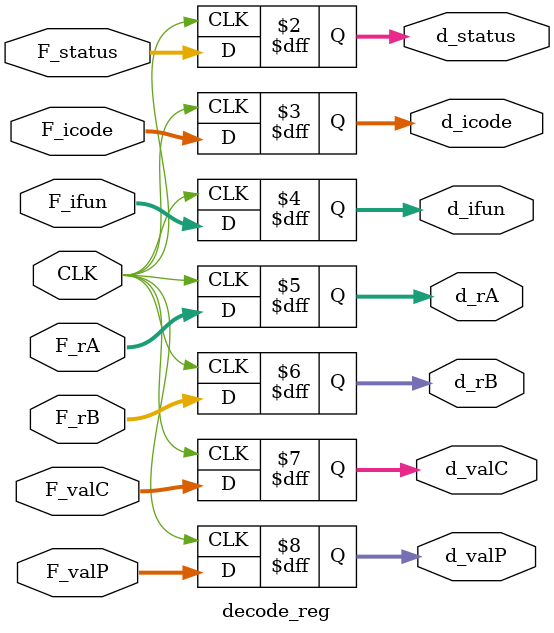
<source format=v>
`timescale 1ns / 1ps
module decode_reg( input CLK, input [2:0] F_status, input [3:0] F_icode, input [3:0] F_ifun, input [3:0] F_rA, input [3:0] F_rB, input [63:0] F_valC, input [63:0] F_valP, output reg [2:0] d_status, output reg [3:0] d_icode, output reg [3:0] d_ifun, output reg [3:0] d_rA, output reg [3:0] d_rB, output reg [63:0] d_valC, output reg [63:0] d_valP);

always@(posedge CLK)
begin

d_status<=F_status;
d_rA<=F_rA;
d_rB<=F_rB;
d_valC<=F_valC;
d_icode<=F_icode;
d_ifun<=F_ifun;
d_valP<=F_valP;
end
endmodule

</source>
